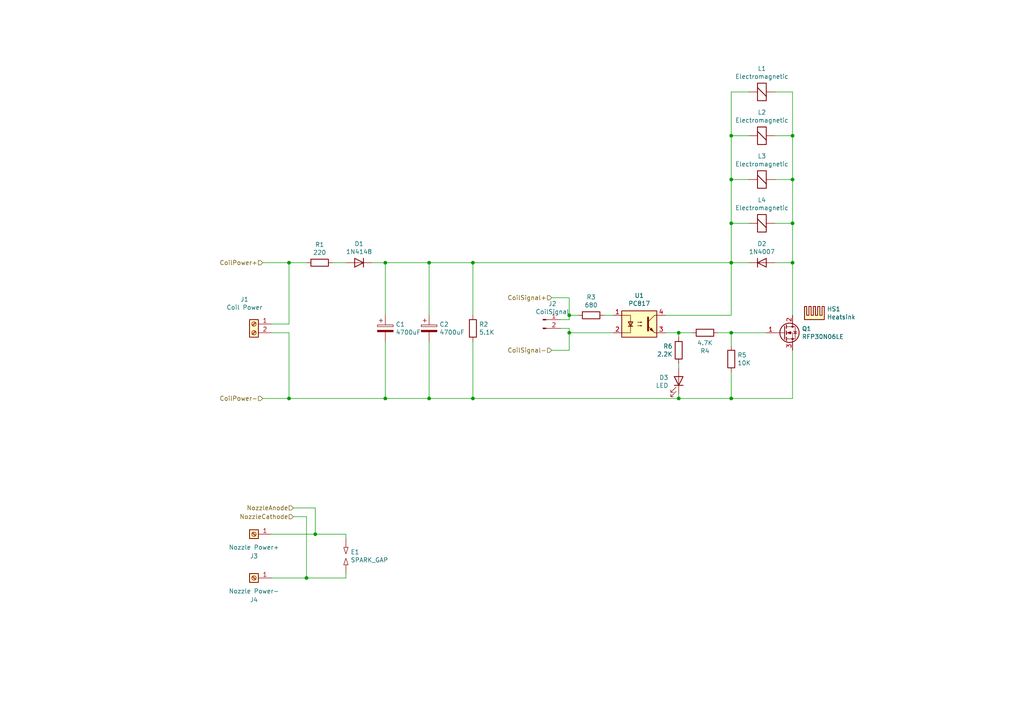
<source format=kicad_sch>
(kicad_sch (version 20211123) (generator eeschema)
  (paper "A4")
  (title_block (title "Nozzle") (date "2020-01-07") (rev "1"))
  (lib_symbols
    (symbol "Connector:Conn_01x02_Male" (pin_names (offset 1.016) hide)
      (property "Reference" "J" (at 0 2.54 0))
      (property "Value" "Conn_01x02_Male" (at 0 -5.08 0))
      (symbol "Conn_01x02_Male_1_1"
        (polyline (pts (xy 1.27 -2.54) (xy 0.8636 -2.54)) (stroke (width 0.1524)))
        (polyline (pts (xy 1.27 0) (xy 0.8636 0)) (stroke (width 0.1524)))
        (rectangle (start 0.8636 -2.413) (end 0 -2.667) (stroke (width 0.1524)) (fill (type outline)))
        (rectangle (start 0.8636 0.127) (end 0 -0.127) (stroke (width 0.1524)) (fill (type outline)))
        (pin passive line (at 5.08 0 180) (length 3.81) (name "Pin_1") (number "1"))
        (pin passive line (at 5.08 -2.54 180) (length 3.81) (name "Pin_2") (number "2"))
      )
    )
    (symbol "Connector:Screw_Terminal_01x01" (pin_names (offset 1.016) hide)
      (property "Reference" "J" (at 0 2.54 0))
      (property "Value" "Screw_Terminal_01x01" (at 0 -2.54 0))
      (symbol "Screw_Terminal_01x01_1_1"
        (rectangle (start -1.27 1.27) (end 1.27 -1.27) (stroke (width 0.254)) (fill (type background)))
        (polyline (pts (xy -0.5334 0.3302) (xy 0.3302 -0.508)) (stroke (width 0.1524)))
        (polyline (pts (xy -0.3556 0.508) (xy 0.508 -0.3302)) (stroke (width 0.1524)))
        (circle (center 0 0) (radius 0.635) (stroke (width 0.1524)))
        (pin passive line (at -5.08 0 0) (length 3.81) (name "Pin_1") (number "1"))
      )
    )
    (symbol "Connector:Screw_Terminal_01x02" (pin_names (offset 1.016) hide)
      (property "Reference" "J" (at 0 2.54 0))
      (property "Value" "Screw_Terminal_01x02" (at 0 -5.08 0))
      (symbol "Screw_Terminal_01x02_1_1"
        (rectangle (start -1.27 1.27) (end 1.27 -3.81) (stroke (width 0.254)) (fill (type background)))
        (circle (center 0 -2.54) (radius 0.635) (stroke (width 0.1524)))
        (polyline (pts (xy -0.5334 -2.2098) (xy 0.3302 -3.048)) (stroke (width 0.1524)))
        (polyline (pts (xy -0.5334 0.3302) (xy 0.3302 -0.508)) (stroke (width 0.1524)))
        (polyline (pts (xy -0.3556 -2.032) (xy 0.508 -2.8702)) (stroke (width 0.1524)))
        (polyline (pts (xy -0.3556 0.508) (xy 0.508 -0.3302)) (stroke (width 0.1524)))
        (circle (center 0 0) (radius 0.635) (stroke (width 0.1524)))
        (pin passive line (at -5.08 0 0) (length 3.81) (name "Pin_1") (number "1"))
        (pin passive line (at -5.08 -2.54 0) (length 3.81) (name "Pin_2") (number "2"))
      )
    )
    (symbol "Device:LED" (pin_numbers hide) (pin_names (offset 1.016) hide)
      (property "Reference" "D" (at 0 2.54 0))
      (property "Value" "LED" (at 0 -2.54 0))
      (symbol "LED_0_1"
        (polyline (pts (xy -1.27 -1.27) (xy -1.27 1.27)) (stroke (width 0.254)))
        (polyline (pts (xy -1.27 0) (xy 1.27 0)))
        (polyline (pts (xy 1.27 -1.27) (xy 1.27 1.27) (xy -1.27 0) (xy 1.27 -1.27)) (stroke (width 0.254)))
        (polyline (pts (xy -3.048 -0.762) (xy -4.572 -2.286) (xy -3.81 -2.286) (xy -4.572 -2.286) (xy -4.572 -1.524)))
        (polyline (pts (xy -1.778 -0.762) (xy -3.302 -2.286) (xy -2.54 -2.286) (xy -3.302 -2.286) (xy -3.302 -1.524)))
      )
      (symbol "LED_1_1"
        (pin passive line (at -3.81 0 0) (length 2.54) (name "K") (number "1"))
        (pin passive line (at 3.81 0 180) (length 2.54) (name "A") (number "2"))
      )
    )
    (symbol "Device:Q_NMOS_GDS" (pin_names (offset 0) hide)
      (property "Reference" "Q" (at 5.08 1.27 0))
      (property "Value" "Q_NMOS_GDS" (at 5.08 -1.27 0))
      (symbol "Q_NMOS_GDS_0_1"
        (polyline (pts (xy 0.254 0) (xy -2.54 0)))
        (polyline (pts (xy 0.254 1.905) (xy 0.254 -1.905)) (stroke (width 0.254)))
        (polyline (pts (xy 0.762 -1.27) (xy 0.762 -2.286)) (stroke (width 0.254)))
        (polyline (pts (xy 0.762 0.508) (xy 0.762 -0.508)) (stroke (width 0.254)))
        (polyline (pts (xy 0.762 2.286) (xy 0.762 1.27)) (stroke (width 0.254)))
        (polyline (pts (xy 2.54 2.54) (xy 2.54 1.778)))
        (polyline (pts (xy 2.54 -2.54) (xy 2.54 0) (xy 0.762 0)))
        (polyline (pts (xy 0.762 -1.778) (xy 3.302 -1.778) (xy 3.302 1.778) (xy 0.762 1.778)))
        (polyline (pts (xy 1.016 0) (xy 2.032 0.381) (xy 2.032 -0.381) (xy 1.016 0)) (fill (type outline)))
        (polyline (pts (xy 2.794 0.508) (xy 2.921 0.381) (xy 3.683 0.381) (xy 3.81 0.254)))
        (polyline (pts (xy 3.302 0.381) (xy 2.921 -0.254) (xy 3.683 -0.254) (xy 3.302 0.381)))
        (circle (center 1.651 0) (radius 2.794) (stroke (width 0.254)))
        (circle (center 2.54 -1.778) (radius 0.254) (fill (type outline)))
        (circle (center 2.54 1.778) (radius 0.254) (fill (type outline)))
      )
      (symbol "Q_NMOS_GDS_1_1"
        (pin input line (at -5.08 0 0) (length 2.54) (name "G") (number "1"))
        (pin passive line (at 2.54 5.08 270) (length 2.54) (name "D") (number "2"))
        (pin passive line (at 2.54 -5.08 90) (length 2.54) (name "S") (number "3"))
      )
    )
    (symbol "Device:R" (pin_numbers hide) (pin_names (offset 0))
      (property "Reference" "R" (at 2.032 0 90))
      (property "Value" "R" (at 0 0 90))
      (symbol "R_0_1"
        (rectangle (start -1.016 -2.54) (end 1.016 2.54) (stroke (width 0.254)))
      )
      (symbol "R_1_1"
        (pin passive line (at 0 3.81 270) (length 1.27) (name "~") (number "1"))
        (pin passive line (at 0 -3.81 90) (length 1.27) (name "~") (number "2"))
      )
    )
    (symbol "Diode:1N4007" (pin_numbers hide) (pin_names (offset 1.016) hide)
      (property "Reference" "D" (at 0 2.54 0))
      (property "Value" "1N4007" (at 0 -2.54 0))
      (symbol "1N4007_0_1"
        (polyline (pts (xy -1.27 1.27) (xy -1.27 -1.27)) (stroke (width 0.254)))
        (polyline (pts (xy 1.27 0) (xy -1.27 0)))
        (polyline (pts (xy 1.27 1.27) (xy 1.27 -1.27) (xy -1.27 0) (xy 1.27 1.27)) (stroke (width 0.254)))
      )
      (symbol "1N4007_1_1"
        (pin passive line (at -3.81 0 0) (length 2.54) (name "K") (number "1"))
        (pin passive line (at 3.81 0 180) (length 2.54) (name "A") (number "2"))
      )
    )
    (symbol "Diode:1N4148" (pin_numbers hide) (pin_names (offset 1.016) hide)
      (property "Reference" "D" (at 0 2.54 0))
      (property "Value" "1N4148" (at 0 -2.54 0))
      (symbol "1N4148_0_1"
        (polyline (pts (xy -1.27 1.27) (xy -1.27 -1.27)) (stroke (width 0.254)))
        (polyline (pts (xy 1.27 0) (xy -1.27 0)))
        (polyline (pts (xy 1.27 1.27) (xy 1.27 -1.27) (xy -1.27 0) (xy 1.27 1.27)) (stroke (width 0.254)))
      )
      (symbol "1N4148_1_1"
        (pin passive line (at -3.81 0 0) (length 2.54) (name "K") (number "1"))
        (pin passive line (at 3.81 0 180) (length 2.54) (name "A") (number "2"))
      )
    )
    (symbol "Isolator:PC817" (pin_names (offset 1.016))
      (property "Reference" "U" (at -5.08 5.08 0))
      (property "Value" "PC817" (at 0 5.08 0))
      (symbol "PC817_0_1"
        (rectangle (start -5.08 3.81) (end 5.08 -3.81) (stroke (width 0.254)) (fill (type background)))
        (polyline (pts (xy -3.175 -0.635) (xy -1.905 -0.635)) (stroke (width 0.254)))
        (polyline (pts (xy 2.54 0.635) (xy 4.445 2.54)))
        (polyline (pts (xy 4.445 -2.54) (xy 2.54 -0.635)) (fill (type outline)))
        (polyline (pts (xy 4.445 -2.54) (xy 5.08 -2.54)))
        (polyline (pts (xy 4.445 2.54) (xy 5.08 2.54)))
        (polyline (pts (xy -5.08 2.54) (xy -2.54 2.54) (xy -2.54 -0.635)))
        (polyline (pts (xy -2.54 -0.635) (xy -2.54 -2.54) (xy -5.08 -2.54)))
        (polyline (pts (xy 2.54 1.905) (xy 2.54 -1.905) (xy 2.54 -1.905)) (stroke (width 0.508)))
        (polyline (pts (xy -2.54 -0.635) (xy -3.175 0.635) (xy -1.905 0.635) (xy -2.54 -0.635)) (stroke (width 0.254)))
        (polyline (pts (xy -0.508 -0.508) (xy 0.762 -0.508) (xy 0.381 -0.635) (xy 0.381 -0.381) (xy 0.762 -0.508)))
        (polyline (pts (xy -0.508 0.508) (xy 0.762 0.508) (xy 0.381 0.381) (xy 0.381 0.635) (xy 0.762 0.508)))
        (polyline (pts (xy 3.048 -1.651) (xy 3.556 -1.143) (xy 4.064 -2.159) (xy 3.048 -1.651) (xy 3.048 -1.651)) (fill (type outline)))
      )
      (symbol "PC817_1_1"
        (pin passive line (at -7.62 2.54 0) (length 2.54) (name "~") (number "1"))
        (pin passive line (at -7.62 -2.54 0) (length 2.54) (name "~") (number "2"))
        (pin passive line (at 7.62 -2.54 180) (length 2.54) (name "~") (number "3"))
        (pin passive line (at 7.62 2.54 180) (length 2.54) (name "~") (number "4"))
      )
    )
    (symbol "Mechanical:Heatsink" (pin_names (offset 1.016))
      (property "Reference" "HS" (at 0 5.08 0))
      (property "Value" "Heatsink" (at 0 -1.27 0))
      (symbol "Heatsink_0_1"
        (polyline (pts (xy -0.3302 1.27) (xy -0.9652 1.27) (xy -0.9652 3.81) (xy -1.6002 3.81) (xy -1.6002 1.27) (xy -2.2352 1.27) (xy -2.2352 3.81) (xy -2.8702 3.81) (xy -2.8702 0) (xy -0.9652 0)) (stroke (width 0.254)) (fill (type background)))
        (polyline (pts (xy -0.3302 1.27) (xy -0.3302 3.81) (xy 0.3048 3.81) (xy 0.3048 1.27) (xy 0.9398 1.27) (xy 0.9398 3.81) (xy 1.5748 3.81) (xy 1.5748 1.27) (xy 2.2098 1.27) (xy 2.2098 3.81) (xy 2.8448 3.81) (xy 2.8448 0) (xy -0.9652 0)) (stroke (width 0.254)) (fill (type background)))
      )
    )
    (symbol "Nozzle-rescue:CP-Device" (pin_numbers hide) (pin_names (offset 0.254))
      (property "Reference" "C" (at 0.635 2.54 0))
      (property "Value" "CP-Device" (at 0.635 -2.54 0))
      (symbol "CP-Device_0_1"
        (rectangle (start -2.286 0.508) (end 2.286 1.016))
        (polyline (pts (xy -1.778 2.286) (xy -0.762 2.286)))
        (polyline (pts (xy -1.27 2.794) (xy -1.27 1.778)))
        (rectangle (start 2.286 -0.508) (end -2.286 -1.016) (fill (type outline)))
      )
      (symbol "CP-Device_1_1"
        (pin passive line (at 0 3.81 270) (length 2.794) (name "~") (number "1"))
        (pin passive line (at 0 -3.81 90) (length 2.794) (name "~") (number "2"))
      )
    )
    (symbol "Nozzle-rescue:Electromagnetic_Actor-Device" (pin_numbers hide) (pin_names (offset 0.0254) hide)
      (property "Reference" "L" (at 1.27 3.81 0))
      (property "Value" "Electromagnetic_Actor-Device" (at 1.27 -1.27 0))
      (symbol "Electromagnetic_Actor-Device_0_1"
        (rectangle (start -2.54 2.54) (end 2.54 0) (stroke (width 0.254)))
        (polyline (pts (xy -1.27 2.54) (xy 1.27 0)) (stroke (width 0.254)))
      )
      (symbol "Electromagnetic_Actor-Device_1_1"
        (pin passive line (at 0 5.08 270) (length 2.54) (name "-") (number "1"))
        (pin passive line (at 0 -2.54 90) (length 2.54) (name "+") (number "2"))
      )
    )
    (symbol "Nozzle-rescue:SPARK_GAP-Device" (pin_numbers hide) (pin_names (offset 0))
      (property "Reference" "E" (at 0 2.032 0))
      (property "Value" "SPARK_GAP-Device" (at 0 -1.905 0))
      (symbol "SPARK_GAP-Device_0_1"
        (polyline (pts (xy -2.54 0.635) (xy -2.54 -0.635) (xy -0.635 0) (xy -2.54 0.635)))
        (polyline (pts (xy 2.54 0.635) (xy 2.54 -0.635) (xy 0.635 0) (xy 2.54 0.635)))
      )
      (symbol "SPARK_GAP-Device_1_1"
        (pin passive line (at -5.08 0 0) (length 2.54) (name "~") (number "1"))
        (pin passive line (at 5.08 0 180) (length 2.54) (name "~") (number "2"))
      )
    )
  )
  (junction (at 229.87 64.77))
  (junction (at 88.9 167.64))
  (junction (at 111.76 76.2))
  (junction (at 124.46 76.2))
  (junction (at 111.76 115.57))
  (junction (at 229.87 39.37))
  (junction (at 196.85 96.52))
  (junction (at 229.87 52.07))
  (junction (at 83.82 76.2))
  (junction (at 165.1 96.52))
  (junction (at 124.46 115.57))
  (junction (at 229.87 76.2))
  (junction (at 83.82 115.57))
  (junction (at 212.09 96.52))
  (junction (at 212.09 39.37))
  (junction (at 212.09 76.2))
  (junction (at 165.1 91.44))
  (junction (at 212.09 115.57))
  (junction (at 212.09 64.77))
  (junction (at 212.09 52.07))
  (junction (at 137.16 115.57))
  (junction (at 137.16 76.2))
  (junction (at 196.85 115.57))
  (junction (at 91.44 154.94))
  (wire (pts (xy 85.09 149.86) (xy 88.9 149.86)))
  (wire (pts (xy 165.1 96.52) (xy 165.1 101.6)))
  (wire (pts (xy 137.16 115.57) (xy 196.85 115.57)))
  (wire (pts (xy 111.76 115.57) (xy 83.82 115.57)))
  (wire (pts (xy 83.82 76.2) (xy 83.82 93.98)))
  (wire (pts (xy 212.09 76.2) (xy 217.17 76.2)))
  (wire (pts (xy 224.79 26.67) (xy 229.87 26.67)))
  (wire (pts (xy 100.33 154.94) (xy 100.33 156.21)))
  (wire (pts (xy 165.1 91.44) (xy 167.64 91.44)))
  (wire (pts (xy 200.66 96.52) (xy 196.85 96.52)))
  (wire (pts (xy 162.56 92.71) (xy 165.1 92.71)))
  (wire (pts (xy 91.44 154.94) (xy 100.33 154.94)))
  (wire (pts (xy 193.04 91.44) (xy 212.09 91.44)))
  (wire (pts (xy 165.1 92.71) (xy 165.1 91.44)))
  (wire (pts (xy 165.1 96.52) (xy 165.1 95.25)))
  (wire (pts (xy 124.46 76.2) (xy 137.16 76.2)))
  (wire (pts (xy 124.46 76.2) (xy 124.46 91.44)))
  (wire (pts (xy 208.28 96.52) (xy 212.09 96.52)))
  (wire (pts (xy 88.9 149.86) (xy 88.9 167.64)))
  (wire (pts (xy 160.02 101.6) (xy 165.1 101.6)))
  (wire (pts (xy 88.9 167.64) (xy 100.33 167.64)))
  (wire (pts (xy 83.82 93.98) (xy 78.74 93.98)))
  (wire (pts (xy 100.33 76.2) (xy 96.52 76.2)))
  (wire (pts (xy 224.79 76.2) (xy 229.87 76.2)))
  (wire (pts (xy 229.87 64.77) (xy 229.87 76.2)))
  (wire (pts (xy 83.82 96.52) (xy 78.74 96.52)))
  (wire (pts (xy 212.09 115.57) (xy 229.87 115.57)))
  (wire (pts (xy 160.02 86.36) (xy 165.1 86.36)))
  (wire (pts (xy 212.09 26.67) (xy 217.17 26.67)))
  (wire (pts (xy 196.85 96.52) (xy 196.85 97.79)))
  (wire (pts (xy 196.85 115.57) (xy 212.09 115.57)))
  (wire (pts (xy 124.46 115.57) (xy 137.16 115.57)))
  (wire (pts (xy 229.87 39.37) (xy 229.87 52.07)))
  (wire (pts (xy 217.17 39.37) (xy 212.09 39.37)))
  (wire (pts (xy 165.1 96.52) (xy 177.8 96.52)))
  (wire (pts (xy 224.79 39.37) (xy 229.87 39.37)))
  (wire (pts (xy 229.87 101.6) (xy 229.87 115.57)))
  (wire (pts (xy 212.09 39.37) (xy 212.09 52.07)))
  (wire (pts (xy 196.85 114.3) (xy 196.85 115.57)))
  (wire (pts (xy 111.76 76.2) (xy 124.46 76.2)))
  (wire (pts (xy 165.1 95.25) (xy 162.56 95.25)))
  (wire (pts (xy 212.09 64.77) (xy 212.09 76.2)))
  (wire (pts (xy 212.09 96.52) (xy 212.09 100.33)))
  (wire (pts (xy 229.87 64.77) (xy 229.87 52.07)))
  (wire (pts (xy 212.09 52.07) (xy 212.09 64.77)))
  (wire (pts (xy 91.44 147.32) (xy 91.44 154.94)))
  (wire (pts (xy 137.16 99.06) (xy 137.16 115.57)))
  (wire (pts (xy 217.17 52.07) (xy 212.09 52.07)))
  (wire (pts (xy 165.1 86.36) (xy 165.1 91.44)))
  (wire (pts (xy 217.17 64.77) (xy 212.09 64.77)))
  (wire (pts (xy 212.09 107.95) (xy 212.09 115.57)))
  (wire (pts (xy 212.09 96.52) (xy 222.25 96.52)))
  (wire (pts (xy 175.26 91.44) (xy 177.8 91.44)))
  (wire (pts (xy 100.33 167.64) (xy 100.33 166.37)))
  (wire (pts (xy 83.82 96.52) (xy 83.82 115.57)))
  (wire (pts (xy 85.09 147.32) (xy 91.44 147.32)))
  (wire (pts (xy 229.87 39.37) (xy 229.87 26.67)))
  (wire (pts (xy 229.87 76.2) (xy 229.87 91.44)))
  (wire (pts (xy 111.76 115.57) (xy 124.46 115.57)))
  (wire (pts (xy 212.09 26.67) (xy 212.09 39.37)))
  (wire (pts (xy 78.74 154.94) (xy 91.44 154.94)))
  (wire (pts (xy 224.79 64.77) (xy 229.87 64.77)))
  (wire (pts (xy 111.76 76.2) (xy 111.76 91.44)))
  (wire (pts (xy 124.46 99.06) (xy 124.46 115.57)))
  (wire (pts (xy 196.85 105.41) (xy 196.85 106.68)))
  (wire (pts (xy 83.82 76.2) (xy 88.9 76.2)))
  (wire (pts (xy 137.16 76.2) (xy 137.16 91.44)))
  (wire (pts (xy 193.04 96.52) (xy 196.85 96.52)))
  (wire (pts (xy 212.09 76.2) (xy 212.09 91.44)))
  (wire (pts (xy 78.74 167.64) (xy 88.9 167.64)))
  (wire (pts (xy 107.95 76.2) (xy 111.76 76.2)))
  (wire (pts (xy 111.76 99.06) (xy 111.76 115.57)))
  (wire (pts (xy 76.2 76.2) (xy 83.82 76.2)))
  (wire (pts (xy 83.82 115.57) (xy 76.2 115.57)))
  (wire (pts (xy 137.16 76.2) (xy 212.09 76.2)))
  (wire (pts (xy 224.79 52.07) (xy 229.87 52.07)))
  (hierarchical_label "CoilSignal-" (shape input) (at 160.02 101.6 180))
  (hierarchical_label "CoilPower-" (shape input) (at 76.2 115.57 180))
  (hierarchical_label "CoilSignal+" (shape input) (at 160.02 86.36 180))
  (hierarchical_label "NozzleCathode" (shape input) (at 85.09 149.86 180))
  (hierarchical_label "NozzleAnode" (shape input) (at 85.09 147.32 180))
  (hierarchical_label "CoilPower+" (shape input) (at 76.2 76.2 180))
  (symbol (lib_id "Connector:Screw_Terminal_01x01") (at 73.66 167.64 180) (unit 1)
    (property "Reference" "J4" (at 73.66 173.99 0))
    (property "Value" "Nozzle Power-" (at 73.66 171.45 0))
  )
  (symbol (lib_id "Nozzle-rescue:Electromagnetic_Actor-Device") (at 222.25 64.77 90) (mirror x) (unit 1)
    (property "Reference" "L4" (at 220.98 57.9882 90))
    (property "Value" "Electromagnetic" (at 220.98 60.2996 90))
    (property "Footprint" "Nozzle:Electromagnet" (effects hide))
  )
  (symbol (lib_id "Nozzle-rescue:SPARK_GAP-Device") (at 100.33 161.29 270) (unit 1)
    (property "Reference" "E1" (at 101.6762 160.1216 90) (effects (justify left)))
    (property "Value" "SPARK_GAP" (at 101.6762 162.433 90) (effects (justify left)))
  )
  (symbol (lib_id "Connector:Screw_Terminal_01x02") (at 73.66 93.98 0) (mirror y) (unit 1)
    (property "Reference" "J1" (at 70.9168 86.8426 0))
    (property "Value" "Coil Power" (at 70.9168 89.154 0))
    (property "Footprint" "Connector_JST:JST_XH_B2B-XH-A_1x02_P2.50mm_Vertical" (effects hide))
  )
  (symbol (lib_id "Connector:Screw_Terminal_01x01") (at 73.66 154.94 180) (unit 1)
    (property "Reference" "J3" (at 73.66 161.29 0))
    (property "Value" "Nozzle Power+" (at 73.66 158.75 0))
  )
  (symbol (lib_id "Diode:1N4007") (at 220.98 76.2 0) (unit 1)
    (property "Reference" "D2" (at 220.98 70.7136 0))
    (property "Value" "1N4007" (at 220.98 73.025 0))
    (property "Footprint" "Diode_THT:D_DO-41_SOD81_P10.16mm_Horizontal" (effects hide))
    (property "Datasheet" "http://www.vishay.com/docs/88503/1n4001.pdf" (effects hide))
  )
  (symbol (lib_id "Nozzle-rescue:Electromagnetic_Actor-Device") (at 222.25 52.07 90) (mirror x) (unit 1)
    (property "Reference" "L3" (at 220.98 45.2882 90))
    (property "Value" "Electromagnetic" (at 220.98 47.5996 90))
    (property "Footprint" "Nozzle:Electromagnet" (effects hide))
  )
  (symbol (lib_id "Nozzle-rescue:Electromagnetic_Actor-Device") (at 222.25 39.37 90) (mirror x) (unit 1)
    (property "Reference" "L2" (at 220.98 32.5882 90))
    (property "Value" "Electromagnetic" (at 220.98 34.8996 90))
    (property "Footprint" "Nozzle:Electromagnet" (effects hide))
  )
  (symbol (lib_id "Nozzle-rescue:Electromagnetic_Actor-Device") (at 222.25 26.67 90) (mirror x) (unit 1)
    (property "Reference" "L1" (at 220.98 19.8882 90))
    (property "Value" "Electromagnetic" (at 220.98 22.1996 90))
    (property "Footprint" "Nozzle:Electromagnet" (effects hide))
  )
  (symbol (lib_id "Device:R") (at 137.16 95.25 0) (unit 1)
    (property "Reference" "R2" (at 138.938 94.0816 0) (effects (justify left)))
    (property "Value" "5.1K" (at 138.938 96.393 0) (effects (justify left)))
    (property "Footprint" "Resistor_THT:R_Axial_DIN0207_L6.3mm_D2.5mm_P7.62mm_Horizontal" (effects hide))
  )
  (symbol (lib_id "Nozzle-rescue:CP-Device") (at 111.76 95.25 0) (unit 1)
    (property "Reference" "C1" (at 114.7572 94.0816 0) (effects (justify left)))
    (property "Value" "4700uF" (at 114.7572 96.393 0) (effects (justify left)))
    (property "Footprint" "Capacitor_THT:CP_Radial_D16.0mm_P7.50mm" (effects hide))
  )
  (symbol (lib_id "Device:R") (at 92.71 76.2 270) (unit 1)
    (property "Reference" "R1" (at 92.71 70.9422 90))
    (property "Value" "220" (at 92.71 73.2536 90))
    (property "Footprint" "Resistor_THT:R_Axial_DIN0207_L6.3mm_D2.5mm_P7.62mm_Horizontal" (effects hide))
  )
  (symbol (lib_id "Nozzle-rescue:CP-Device") (at 124.46 95.25 0) (unit 1)
    (property "Reference" "C2" (at 127.4572 94.0816 0) (effects (justify left)))
    (property "Value" "4700uF" (at 127.4572 96.393 0) (effects (justify left)))
    (property "Footprint" "Capacitor_THT:CP_Radial_D16.0mm_P7.50mm" (effects hide))
  )
  (symbol (lib_id "Mechanical:Heatsink") (at 236.22 92.71 0) (unit 1)
    (property "Reference" "HS1" (at 239.8268 89.6366 0) (effects (justify left)))
    (property "Value" "Heatsink" (at 239.8268 91.948 0) (effects (justify left)))
    (property "Footprint" "Nozzle:Heatsink_TO220_15x10mm" (effects hide))
  )
  (symbol (lib_id "Isolator:PC817") (at 185.42 93.98 0) (unit 1)
    (property "Reference" "U1" (at 185.42 85.725 0))
    (property "Value" "PC817" (at 185.42 88.0364 0))
    (property "Footprint" "Package_DIP:DIP-4_W7.62mm" (effects hide))
    (property "Datasheet" "http://www.soselectronic.cz/a_info/resource/d/pc817.pdf" (effects hide))
  )
  (symbol (lib_id "Device:R") (at 171.45 91.44 270) (unit 1)
    (property "Reference" "R3" (at 171.45 86.1822 90))
    (property "Value" "680" (at 171.45 88.4936 90))
    (property "Footprint" "Resistor_THT:R_Axial_DIN0207_L6.3mm_D2.5mm_P7.62mm_Horizontal" (effects hide))
  )
  (symbol (lib_id "Connector:Conn_01x02_Male") (at 157.48 92.71 0) (unit 1)
    (property "Reference" "J2" (at 160.2232 88.1126 0))
    (property "Value" "CoilSignal" (at 160.2232 90.424 0))
    (property "Footprint" "Connector_PinHeader_2.54mm:PinHeader_1x02_P2.54mm_Vertical" (effects hide))
  )
  (symbol (lib_id "Diode:1N4148") (at 104.14 76.2 180) (unit 1)
    (property "Reference" "D1" (at 104.14 70.7136 0))
    (property "Value" "1N4148" (at 104.14 73.025 0))
    (property "Footprint" "Diode_THT:D_DO-35_SOD27_P7.62mm_Horizontal" (effects hide))
    (property "Datasheet" "https://assets.nexperia.com/documents/data-sheet/1N4148_1N4448.pdf" (effects hide))
  )
  (symbol (lib_id "Device:R") (at 196.85 101.6 0) (mirror y) (unit 1)
    (property "Reference" "R6" (at 195.072 100.4316 0) (effects (justify left)))
    (property "Value" "2.2K" (at 195.072 102.743 0) (effects (justify left)))
    (property "Footprint" "Resistor_THT:R_Axial_DIN0207_L6.3mm_D2.5mm_P7.62mm_Horizontal" (effects hide))
  )
  (symbol (lib_id "Device:Q_NMOS_GDS") (at 227.33 96.52 0) (unit 1)
    (property "Reference" "Q1" (at 232.5624 95.3516 0) (effects (justify left)))
    (property "Value" "RFP30N06LE" (at 232.5624 97.663 0) (effects (justify left)))
    (property "Footprint" "Package_TO_SOT_THT:TO-220-3_Vertical" (effects hide))
  )
  (symbol (lib_id "Device:R") (at 212.09 104.14 0) (unit 1)
    (property "Reference" "R5" (at 213.868 102.9716 0) (effects (justify left)))
    (property "Value" "10K" (at 213.868 105.283 0) (effects (justify left)))
    (property "Footprint" "Resistor_THT:R_Axial_DIN0207_L6.3mm_D2.5mm_P7.62mm_Horizontal" (effects hide))
  )
  (symbol (lib_id "Device:R") (at 204.47 96.52 270) (unit 1)
    (property "Reference" "R4" (at 204.47 101.7778 90))
    (property "Value" "4.7K" (at 204.47 99.4664 90))
    (property "Footprint" "Resistor_THT:R_Axial_DIN0207_L6.3mm_D2.5mm_P7.62mm_Horizontal" (effects hide))
  )
  (symbol (lib_id "Device:LED") (at 196.85 110.49 270) (mirror x) (unit 1)
    (property "Reference" "D3" (at 193.8782 109.4994 90) (effects (justify right)))
    (property "Value" "LED" (at 193.8782 111.8108 90) (effects (justify right)))
    (property "Footprint" "LED_THT:LED_D3.0mm_FlatTop" (effects hide))
  )
)
</source>
